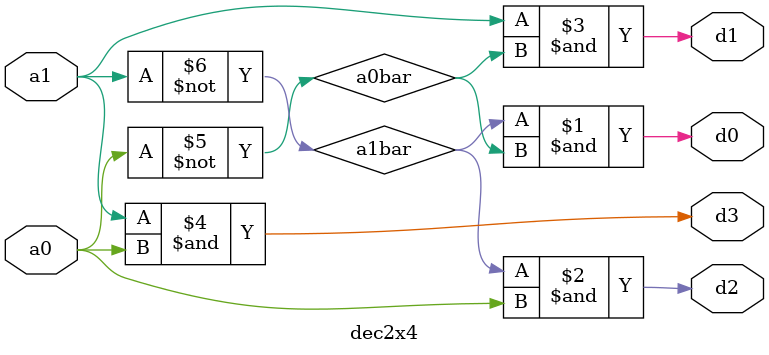
<source format=v>
module dec2x4(input a0,a1,output d0,d1,d2,d3);

not (a0bar,a0);
not (a1bar,a1);

and (d0,a1bar,a0bar);
and (d2,a1bar,a0);
and (d1,a1,a0bar);
and (d3,a1,a0);

endmodule
</source>
